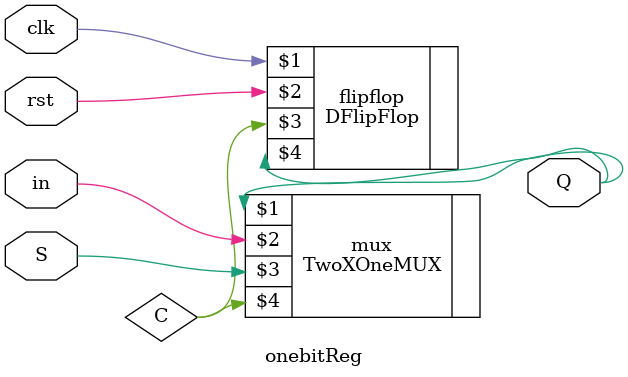
<source format=v>
`timescale 1ns / 1ps


module onebitReg( input  in, input S,input clk, input rst, output  Q);
wire C;
TwoXOneMUX  mux(  Q,in,S, C);
DFlipFlop flipflop( clk,  rst,  C, Q);

endmodule


</source>
